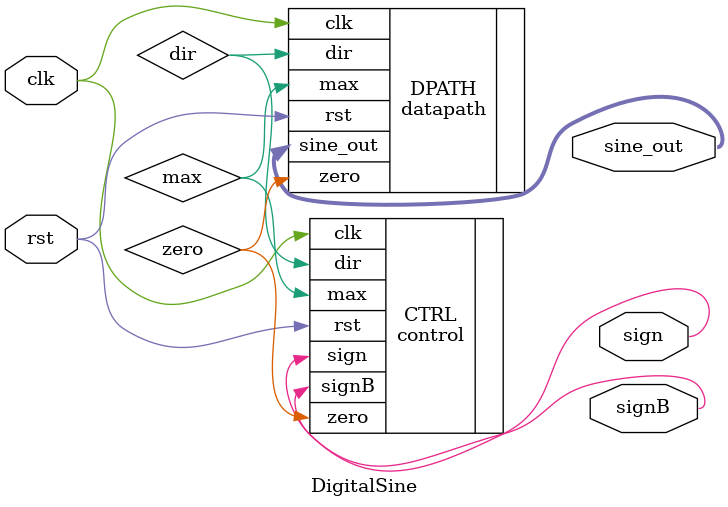
<source format=v>
module DigitalSine (
	input	rst,
	input	clk,
	output	sign,
	output	signB,
//	output	[6:0]	sine_7bit,
	output	[32:0]	sine_out
);
				
	wire	 max, zero, dir;
	
	datapath DPATH(
		.rst(rst),
		.clk(clk),
		.dir(dir),
		.max(max),
		.zero(zero),
//		.sine_7bit(sine_7bit),
		.sine_out(sine_out)
	);

	control	CTRL(
		.rst(rst),
		.clk(clk),
		.max(max),
		.zero(zero),
		.dir(dir),
		.sign(sign),
		.signB(signB)
	);

endmodule


</source>
